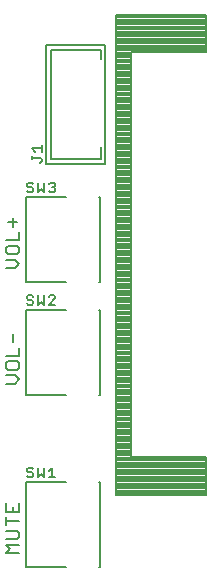
<source format=gto>
G75*
G70*
%OFA0B0*%
%FSLAX24Y24*%
%IPPOS*%
%LPD*%
%AMOC8*
5,1,8,0,0,1.08239X$1,22.5*
%
%ADD10C,0.0070*%
%ADD11C,0.0080*%
D10*
X001651Y001263D02*
X002989Y001263D01*
X002989Y004097D02*
X001651Y004097D01*
X001651Y001263D01*
X001741Y004250D02*
X001686Y004305D01*
X001741Y004250D02*
X001851Y004250D01*
X001906Y004305D01*
X001906Y004361D01*
X001851Y004416D01*
X001741Y004416D01*
X001686Y004471D01*
X001686Y004526D01*
X001741Y004581D01*
X001851Y004581D01*
X001906Y004526D01*
X002054Y004581D02*
X002054Y004250D01*
X002164Y004361D01*
X002274Y004250D01*
X002274Y004581D01*
X002422Y004471D02*
X002532Y004581D01*
X002532Y004250D01*
X002422Y004250D02*
X002643Y004250D01*
X002989Y007013D02*
X001651Y007013D01*
X001651Y009847D01*
X002989Y009847D01*
X002643Y010000D02*
X002422Y010000D01*
X002643Y010221D01*
X002643Y010276D01*
X002588Y010331D01*
X002477Y010331D01*
X002422Y010276D01*
X002274Y010331D02*
X002274Y010000D01*
X002164Y010111D01*
X002054Y010000D01*
X002054Y010331D01*
X001906Y010276D02*
X001851Y010331D01*
X001741Y010331D01*
X001686Y010276D01*
X001686Y010221D01*
X001741Y010166D01*
X001851Y010166D01*
X001906Y010111D01*
X001906Y010055D01*
X001851Y010000D01*
X001741Y010000D01*
X001686Y010055D01*
X001651Y010763D02*
X002989Y010763D01*
X002989Y013597D02*
X001651Y013597D01*
X001651Y010763D01*
X001741Y013750D02*
X001686Y013805D01*
X001741Y013750D02*
X001851Y013750D01*
X001906Y013805D01*
X001906Y013861D01*
X001851Y013916D01*
X001741Y013916D01*
X001686Y013971D01*
X001686Y014026D01*
X001741Y014081D01*
X001851Y014081D01*
X001906Y014026D01*
X002054Y014081D02*
X002054Y013750D01*
X002164Y013861D01*
X002274Y013750D01*
X002274Y014081D01*
X002422Y014026D02*
X002477Y014081D01*
X002588Y014081D01*
X002643Y014026D01*
X002643Y013971D01*
X002588Y013916D01*
X002643Y013861D01*
X002643Y013805D01*
X002588Y013750D01*
X002477Y013750D01*
X002422Y013805D01*
X002532Y013916D02*
X002588Y013916D01*
X002341Y014711D02*
X004310Y014711D01*
X004310Y018649D01*
X002341Y018649D01*
X002341Y014711D01*
X002188Y014802D02*
X002188Y014857D01*
X002133Y014912D01*
X001858Y014912D01*
X001858Y014857D02*
X001858Y014967D01*
X001968Y015115D02*
X001858Y015225D01*
X002188Y015225D01*
X002188Y015115D02*
X002188Y015335D01*
X002188Y014802D02*
X002133Y014746D01*
X002499Y014869D02*
X004152Y014869D01*
X004152Y015263D01*
X004131Y013597D02*
X004092Y013597D01*
X004131Y013597D02*
X004131Y010763D01*
X004092Y010763D01*
X004131Y009847D02*
X004092Y009847D01*
X004131Y009847D02*
X004131Y007013D01*
X004092Y007013D01*
X004131Y004097D02*
X004092Y004097D01*
X004131Y004097D02*
X004131Y001263D01*
X004092Y001263D01*
X002499Y014869D02*
X002499Y018491D01*
X004152Y018491D01*
X004152Y018215D01*
D11*
X001146Y001869D02*
X001006Y001728D01*
X001426Y001728D01*
X001426Y002009D02*
X001006Y002009D01*
X001146Y001869D01*
X001006Y002189D02*
X001356Y002189D01*
X001426Y002259D01*
X001426Y002399D01*
X001356Y002469D01*
X001006Y002469D01*
X001006Y002649D02*
X001006Y002929D01*
X001006Y002789D02*
X001426Y002789D01*
X001426Y003110D02*
X001426Y003390D01*
X001426Y003110D02*
X001006Y003110D01*
X001006Y003390D01*
X001216Y003250D02*
X001216Y003110D01*
X001286Y007378D02*
X001006Y007378D01*
X001006Y007659D02*
X001286Y007659D01*
X001426Y007519D01*
X001286Y007378D01*
X001356Y007839D02*
X001076Y007839D01*
X001006Y007909D01*
X001006Y008049D01*
X001076Y008119D01*
X001356Y008119D01*
X001426Y008049D01*
X001426Y007909D01*
X001356Y007839D01*
X001426Y008299D02*
X001426Y008579D01*
X001426Y008299D02*
X001006Y008299D01*
X001216Y008760D02*
X001216Y009040D01*
X001286Y011228D02*
X001006Y011228D01*
X001006Y011509D02*
X001286Y011509D01*
X001426Y011369D01*
X001286Y011228D01*
X001356Y011689D02*
X001076Y011689D01*
X001006Y011759D01*
X001006Y011899D01*
X001076Y011969D01*
X001356Y011969D01*
X001426Y011899D01*
X001426Y011759D01*
X001356Y011689D01*
X001426Y012149D02*
X001426Y012429D01*
X001426Y012149D02*
X001006Y012149D01*
X001076Y012750D02*
X001356Y012750D01*
X001216Y012610D02*
X001216Y012890D01*
X004666Y012912D02*
X005166Y012912D01*
X005166Y012990D02*
X004666Y012990D01*
X004666Y013069D02*
X005166Y013069D01*
X005166Y013147D02*
X004666Y013147D01*
X004666Y013226D02*
X005166Y013226D01*
X005166Y013304D02*
X004666Y013304D01*
X004666Y013383D02*
X005166Y013383D01*
X005166Y013461D02*
X004666Y013461D01*
X004666Y013540D02*
X005166Y013540D01*
X005166Y013618D02*
X004666Y013618D01*
X004666Y013697D02*
X005166Y013697D01*
X005166Y013775D02*
X004666Y013775D01*
X004666Y013854D02*
X005166Y013854D01*
X005166Y013932D02*
X004666Y013932D01*
X004666Y014011D02*
X005166Y014011D01*
X005166Y014089D02*
X004666Y014089D01*
X004666Y014168D02*
X005166Y014168D01*
X005166Y014246D02*
X004666Y014246D01*
X004666Y014325D02*
X005166Y014325D01*
X005166Y014403D02*
X004666Y014403D01*
X004666Y014482D02*
X005166Y014482D01*
X005166Y014560D02*
X004666Y014560D01*
X004666Y014639D02*
X005166Y014639D01*
X005166Y014717D02*
X004666Y014717D01*
X004666Y014796D02*
X005166Y014796D01*
X005166Y014874D02*
X004666Y014874D01*
X004666Y014953D02*
X005166Y014953D01*
X005166Y015031D02*
X004666Y015031D01*
X004666Y015110D02*
X005166Y015110D01*
X005166Y015188D02*
X004666Y015188D01*
X004666Y015267D02*
X005166Y015267D01*
X005166Y015345D02*
X004666Y015345D01*
X004666Y015424D02*
X005166Y015424D01*
X005166Y015502D02*
X004666Y015502D01*
X004666Y015581D02*
X005166Y015581D01*
X005166Y015659D02*
X004666Y015659D01*
X004666Y015738D02*
X005166Y015738D01*
X005166Y015816D02*
X004666Y015816D01*
X004666Y015895D02*
X005166Y015895D01*
X005166Y015973D02*
X004666Y015973D01*
X004666Y016052D02*
X005166Y016052D01*
X005166Y016130D02*
X004666Y016130D01*
X004666Y016209D02*
X005166Y016209D01*
X005166Y016287D02*
X004666Y016287D01*
X004666Y016366D02*
X005166Y016366D01*
X005166Y016444D02*
X004666Y016444D01*
X004666Y016523D02*
X005166Y016523D01*
X005166Y016601D02*
X004666Y016601D01*
X004666Y016680D02*
X005166Y016680D01*
X005166Y016758D02*
X004666Y016758D01*
X004666Y016837D02*
X005166Y016837D01*
X005166Y016915D02*
X004666Y016915D01*
X004666Y016994D02*
X005166Y016994D01*
X005166Y017072D02*
X004666Y017072D01*
X004666Y017151D02*
X005166Y017151D01*
X005166Y017229D02*
X004666Y017229D01*
X004666Y017308D02*
X005166Y017308D01*
X005166Y017386D02*
X004666Y017386D01*
X004666Y017465D02*
X005166Y017465D01*
X005166Y017543D02*
X004666Y017543D01*
X004666Y017622D02*
X005166Y017622D01*
X005166Y017700D02*
X004666Y017700D01*
X004666Y017779D02*
X005166Y017779D01*
X005166Y017857D02*
X004666Y017857D01*
X004666Y017936D02*
X005166Y017936D01*
X005166Y018014D02*
X004666Y018014D01*
X004666Y018093D02*
X005166Y018093D01*
X005166Y018171D02*
X004666Y018171D01*
X004666Y018250D02*
X005166Y018250D01*
X005166Y018328D02*
X004666Y018328D01*
X004666Y018407D02*
X005166Y018407D01*
X005166Y018430D02*
X007666Y018430D01*
X007666Y019680D01*
X004666Y019680D01*
X004666Y003680D01*
X007666Y003680D01*
X007666Y004930D01*
X005166Y004930D01*
X005166Y018430D01*
X004666Y018485D02*
X007666Y018485D01*
X007666Y018564D02*
X004666Y018564D01*
X004666Y018642D02*
X007666Y018642D01*
X007666Y018721D02*
X004666Y018721D01*
X004666Y018799D02*
X007666Y018799D01*
X007666Y018878D02*
X004666Y018878D01*
X004666Y018956D02*
X007666Y018956D01*
X007666Y019035D02*
X004666Y019035D01*
X004666Y019113D02*
X007666Y019113D01*
X007666Y019192D02*
X004666Y019192D01*
X004666Y019270D02*
X007666Y019270D01*
X007666Y019349D02*
X004666Y019349D01*
X004666Y019427D02*
X007666Y019427D01*
X007666Y019506D02*
X004666Y019506D01*
X004666Y019584D02*
X007666Y019584D01*
X007666Y019663D02*
X004666Y019663D01*
X004666Y012833D02*
X005166Y012833D01*
X005166Y012755D02*
X004666Y012755D01*
X004666Y012676D02*
X005166Y012676D01*
X005166Y012598D02*
X004666Y012598D01*
X004666Y012519D02*
X005166Y012519D01*
X005166Y012441D02*
X004666Y012441D01*
X004666Y012362D02*
X005166Y012362D01*
X005166Y012284D02*
X004666Y012284D01*
X004666Y012205D02*
X005166Y012205D01*
X005166Y012127D02*
X004666Y012127D01*
X004666Y012048D02*
X005166Y012048D01*
X005166Y011970D02*
X004666Y011970D01*
X004666Y011891D02*
X005166Y011891D01*
X005166Y011813D02*
X004666Y011813D01*
X004666Y011734D02*
X005166Y011734D01*
X005166Y011656D02*
X004666Y011656D01*
X004666Y011577D02*
X005166Y011577D01*
X005166Y011499D02*
X004666Y011499D01*
X004666Y011420D02*
X005166Y011420D01*
X005166Y011342D02*
X004666Y011342D01*
X004666Y011263D02*
X005166Y011263D01*
X005166Y011185D02*
X004666Y011185D01*
X004666Y011106D02*
X005166Y011106D01*
X005166Y011028D02*
X004666Y011028D01*
X004666Y010949D02*
X005166Y010949D01*
X005166Y010871D02*
X004666Y010871D01*
X004666Y010792D02*
X005166Y010792D01*
X005166Y010714D02*
X004666Y010714D01*
X004666Y010635D02*
X005166Y010635D01*
X005166Y010557D02*
X004666Y010557D01*
X004666Y010478D02*
X005166Y010478D01*
X005166Y010400D02*
X004666Y010400D01*
X004666Y010321D02*
X005166Y010321D01*
X005166Y010243D02*
X004666Y010243D01*
X004666Y010164D02*
X005166Y010164D01*
X005166Y010086D02*
X004666Y010086D01*
X004666Y010007D02*
X005166Y010007D01*
X005166Y009929D02*
X004666Y009929D01*
X004666Y009850D02*
X005166Y009850D01*
X005166Y009772D02*
X004666Y009772D01*
X004666Y009693D02*
X005166Y009693D01*
X005166Y009615D02*
X004666Y009615D01*
X004666Y009536D02*
X005166Y009536D01*
X005166Y009458D02*
X004666Y009458D01*
X004666Y009379D02*
X005166Y009379D01*
X005166Y009301D02*
X004666Y009301D01*
X004666Y009222D02*
X005166Y009222D01*
X005166Y009144D02*
X004666Y009144D01*
X004666Y009065D02*
X005166Y009065D01*
X005166Y008987D02*
X004666Y008987D01*
X004666Y008908D02*
X005166Y008908D01*
X005166Y008830D02*
X004666Y008830D01*
X004666Y008751D02*
X005166Y008751D01*
X005166Y008673D02*
X004666Y008673D01*
X004666Y008594D02*
X005166Y008594D01*
X005166Y008516D02*
X004666Y008516D01*
X004666Y008437D02*
X005166Y008437D01*
X005166Y008359D02*
X004666Y008359D01*
X004666Y008280D02*
X005166Y008280D01*
X005166Y008202D02*
X004666Y008202D01*
X004666Y008123D02*
X005166Y008123D01*
X005166Y008045D02*
X004666Y008045D01*
X004666Y007966D02*
X005166Y007966D01*
X005166Y007888D02*
X004666Y007888D01*
X004666Y007809D02*
X005166Y007809D01*
X005166Y007731D02*
X004666Y007731D01*
X004666Y007652D02*
X005166Y007652D01*
X005166Y007574D02*
X004666Y007574D01*
X004666Y007495D02*
X005166Y007495D01*
X005166Y007417D02*
X004666Y007417D01*
X004666Y007338D02*
X005166Y007338D01*
X005166Y007260D02*
X004666Y007260D01*
X004666Y007181D02*
X005166Y007181D01*
X005166Y007103D02*
X004666Y007103D01*
X004666Y007024D02*
X005166Y007024D01*
X005166Y006946D02*
X004666Y006946D01*
X004666Y006867D02*
X005166Y006867D01*
X005166Y006789D02*
X004666Y006789D01*
X004666Y006710D02*
X005166Y006710D01*
X005166Y006632D02*
X004666Y006632D01*
X004666Y006553D02*
X005166Y006553D01*
X005166Y006475D02*
X004666Y006475D01*
X004666Y006396D02*
X005166Y006396D01*
X005166Y006318D02*
X004666Y006318D01*
X004666Y006239D02*
X005166Y006239D01*
X005166Y006161D02*
X004666Y006161D01*
X004666Y006082D02*
X005166Y006082D01*
X005166Y006004D02*
X004666Y006004D01*
X004666Y005925D02*
X005166Y005925D01*
X005166Y005847D02*
X004666Y005847D01*
X004666Y005768D02*
X005166Y005768D01*
X005166Y005690D02*
X004666Y005690D01*
X004666Y005611D02*
X005166Y005611D01*
X005166Y005533D02*
X004666Y005533D01*
X004666Y005454D02*
X005166Y005454D01*
X005166Y005376D02*
X004666Y005376D01*
X004666Y005297D02*
X005166Y005297D01*
X005166Y005219D02*
X004666Y005219D01*
X004666Y005140D02*
X005166Y005140D01*
X005166Y005062D02*
X004666Y005062D01*
X004666Y004983D02*
X005166Y004983D01*
X004666Y004905D02*
X007666Y004905D01*
X007666Y004826D02*
X004666Y004826D01*
X004666Y004748D02*
X007666Y004748D01*
X007666Y004669D02*
X004666Y004669D01*
X004666Y004591D02*
X007666Y004591D01*
X007666Y004512D02*
X004666Y004512D01*
X004666Y004434D02*
X007666Y004434D01*
X007666Y004355D02*
X004666Y004355D01*
X004666Y004277D02*
X007666Y004277D01*
X007666Y004198D02*
X004666Y004198D01*
X004666Y004120D02*
X007666Y004120D01*
X007666Y004041D02*
X004666Y004041D01*
X004666Y003963D02*
X007666Y003963D01*
X007666Y003884D02*
X004666Y003884D01*
X004666Y003806D02*
X007666Y003806D01*
X007666Y003727D02*
X004666Y003727D01*
M02*

</source>
